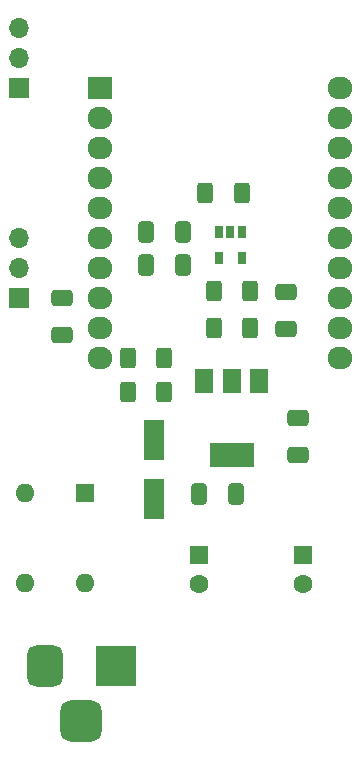
<source format=gbr>
%TF.GenerationSoftware,KiCad,Pcbnew,(6.0.0)*%
%TF.CreationDate,2022-01-07T23:51:12+01:00*%
%TF.ProjectId,50Hz_Monitor,3530487a-5f4d-46f6-9e69-746f722e6b69,rev?*%
%TF.SameCoordinates,Original*%
%TF.FileFunction,Soldermask,Top*%
%TF.FilePolarity,Negative*%
%FSLAX46Y46*%
G04 Gerber Fmt 4.6, Leading zero omitted, Abs format (unit mm)*
G04 Created by KiCad (PCBNEW (6.0.0)) date 2022-01-07 23:51:12*
%MOMM*%
%LPD*%
G01*
G04 APERTURE LIST*
G04 Aperture macros list*
%AMRoundRect*
0 Rectangle with rounded corners*
0 $1 Rounding radius*
0 $2 $3 $4 $5 $6 $7 $8 $9 X,Y pos of 4 corners*
0 Add a 4 corners polygon primitive as box body*
4,1,4,$2,$3,$4,$5,$6,$7,$8,$9,$2,$3,0*
0 Add four circle primitives for the rounded corners*
1,1,$1+$1,$2,$3*
1,1,$1+$1,$4,$5*
1,1,$1+$1,$6,$7*
1,1,$1+$1,$8,$9*
0 Add four rect primitives between the rounded corners*
20,1,$1+$1,$2,$3,$4,$5,0*
20,1,$1+$1,$4,$5,$6,$7,0*
20,1,$1+$1,$6,$7,$8,$9,0*
20,1,$1+$1,$8,$9,$2,$3,0*%
G04 Aperture macros list end*
%ADD10O,2.100000X1.900000*%
%ADD11R,2.100000X1.900000*%
%ADD12RoundRect,0.250000X0.412500X0.650000X-0.412500X0.650000X-0.412500X-0.650000X0.412500X-0.650000X0*%
%ADD13R,1.600000X1.600000*%
%ADD14C,1.600000*%
%ADD15RoundRect,0.250000X-0.412500X-0.650000X0.412500X-0.650000X0.412500X0.650000X-0.412500X0.650000X0*%
%ADD16RoundRect,0.250000X0.650000X-0.412500X0.650000X0.412500X-0.650000X0.412500X-0.650000X-0.412500X0*%
%ADD17R,1.800000X3.500000*%
%ADD18R,3.500000X3.500000*%
%ADD19RoundRect,0.750000X-0.750000X-1.000000X0.750000X-1.000000X0.750000X1.000000X-0.750000X1.000000X0*%
%ADD20RoundRect,0.875000X-0.875000X-0.875000X0.875000X-0.875000X0.875000X0.875000X-0.875000X0.875000X0*%
%ADD21R,1.700000X1.700000*%
%ADD22O,1.700000X1.700000*%
%ADD23RoundRect,0.250000X-0.400000X-0.625000X0.400000X-0.625000X0.400000X0.625000X-0.400000X0.625000X0*%
%ADD24RoundRect,0.250000X0.400000X0.625000X-0.400000X0.625000X-0.400000X-0.625000X0.400000X-0.625000X0*%
%ADD25O,1.600000X1.600000*%
%ADD26R,1.500000X2.000000*%
%ADD27R,3.800000X2.000000*%
%ADD28R,0.650000X1.060000*%
%ADD29RoundRect,0.250000X-0.650000X0.412500X-0.650000X-0.412500X0.650000X-0.412500X0.650000X0.412500X0*%
G04 APERTURE END LIST*
D10*
%TO.C,A1*%
X130048000Y-88900000D03*
X130048000Y-91440000D03*
X130048000Y-93980000D03*
X130048000Y-96520000D03*
X130048000Y-99060000D03*
X130048000Y-101600000D03*
X130048000Y-104140000D03*
X130048000Y-106680000D03*
X130048000Y-109220000D03*
X130048000Y-111760000D03*
X109728000Y-111760000D03*
X109728000Y-109220000D03*
X109728000Y-106680000D03*
X109728000Y-104140000D03*
X109728000Y-101600000D03*
X109728000Y-99060000D03*
X109728000Y-96520000D03*
X109728000Y-93980000D03*
X109728000Y-91440000D03*
D11*
X109728000Y-88900000D03*
%TD*%
D12*
%TO.C,C1*%
X116776900Y-101092000D03*
X113651900Y-101092000D03*
%TD*%
D13*
%TO.C,C2*%
X126949200Y-128378606D03*
D14*
X126949200Y-130878606D03*
%TD*%
%TO.C,C3*%
X118160800Y-130878605D03*
D13*
X118160800Y-128378605D03*
%TD*%
D15*
%TO.C,C4*%
X118173100Y-123240800D03*
X121298100Y-123240800D03*
%TD*%
D16*
%TO.C,C5*%
X126492000Y-119926500D03*
X126492000Y-116801500D03*
%TD*%
D17*
%TO.C,D2*%
X114300000Y-118658000D03*
X114300000Y-123658000D03*
%TD*%
D18*
%TO.C,J1*%
X111125000Y-137795000D03*
D19*
X105125000Y-137795000D03*
D20*
X108125000Y-142495000D03*
%TD*%
D21*
%TO.C,J2*%
X102870000Y-88900000D03*
D22*
X102870000Y-86360000D03*
X102870000Y-83820000D03*
%TD*%
D21*
%TO.C,J3*%
X102870000Y-106680000D03*
D22*
X102870000Y-104140000D03*
X102870000Y-101600000D03*
%TD*%
D23*
%TO.C,R1*%
X112089000Y-114604800D03*
X115189000Y-114604800D03*
%TD*%
D24*
%TO.C,R2*%
X115189000Y-111760000D03*
X112089000Y-111760000D03*
%TD*%
D23*
%TO.C,R5*%
X118642800Y-97790000D03*
X121742800Y-97790000D03*
%TD*%
D13*
%TO.C,D1*%
X108470400Y-123190000D03*
D25*
X103390400Y-123190000D03*
X103390400Y-130810000D03*
X108470400Y-130810000D03*
%TD*%
D26*
%TO.C,U2*%
X118604000Y-113690000D03*
D27*
X120904000Y-119990000D03*
D26*
X120904000Y-113690000D03*
X123204000Y-113690000D03*
%TD*%
D23*
%TO.C,R4*%
X119380000Y-109220000D03*
X122480000Y-109220000D03*
%TD*%
D28*
%TO.C,U1*%
X121752400Y-101109600D03*
X120802400Y-101109600D03*
X119852400Y-101109600D03*
X119852400Y-103309600D03*
X121752400Y-103309600D03*
%TD*%
D24*
%TO.C,R3*%
X122480000Y-106045000D03*
X119380000Y-106045000D03*
%TD*%
D29*
%TO.C,C6*%
X106553000Y-106680000D03*
X106553000Y-109805000D03*
%TD*%
%TO.C,C7*%
X125476000Y-106133500D03*
X125476000Y-109258500D03*
%TD*%
D12*
%TO.C,C8*%
X116776900Y-103835200D03*
X113651900Y-103835200D03*
%TD*%
M02*

</source>
